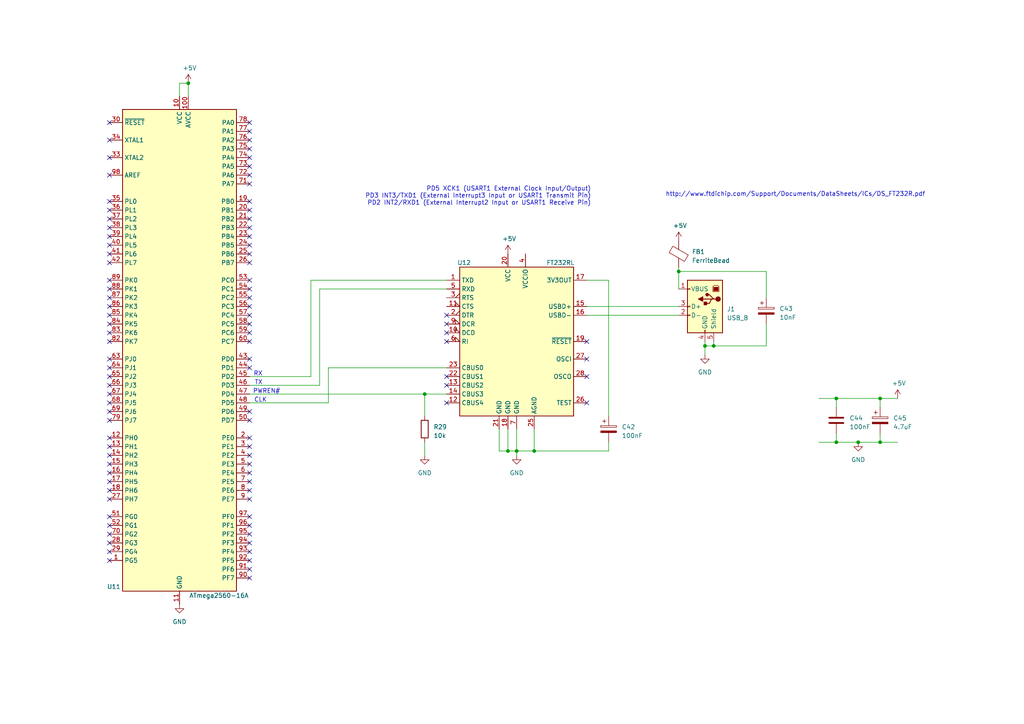
<source format=kicad_sch>
(kicad_sch (version 20210126) (generator eeschema)
  (paper "A4")
  (title_block (title "Peripherals 14"))
  (lib_symbols
    (symbol "Connector:USB_B" (pin_names (offset 1.016))
      (property "Reference" "J" (at -5.08 11.43 0))
      (property "Value" "USB_B" (at -5.08 8.89 0))
      (symbol "USB_B_0_1"
        (circle (center -3.81 2.159) (radius 0.635) (stroke (width 0.254)) (fill (type outline)))
        (circle (center -0.635 3.429) (radius 0.381) (stroke (width 0.254)) (fill (type outline)))
        (rectangle (start -0.127 -7.62) (end 0.127 -6.858))
        (rectangle (start 5.08 -2.667) (end 4.318 -2.413))
        (rectangle (start 5.08 -0.127) (end 4.318 0.127))
        (rectangle (start 5.08 4.953) (end 4.318 5.207))
        (rectangle (start -3.81 5.588) (end -2.54 4.572) (fill (type outline)))
        (rectangle (start 0.254 1.27) (end -0.508 0.508) (stroke (width 0.254)) (fill (type outline)))
        (rectangle (start -5.08 -7.62) (end 5.08 7.62) (stroke (width 0.254)) (fill (type background)))
        (polyline (pts (xy -1.905 2.159) (xy 0.635 2.159)) (stroke (width 0.254)))
        (polyline (pts (xy -3.175 2.159) (xy -2.54 2.159) (xy -1.27 3.429) (xy -0.635 3.429)) (stroke (width 0.254)))
        (polyline (pts (xy -2.54 2.159) (xy -1.905 2.159) (xy -1.27 0.889) (xy 0 0.889)) (stroke (width 0.254)))
        (polyline (pts (xy -4.064 4.318) (xy -2.286 4.318) (xy -2.286 5.715) (xy -2.667 6.096) (xy -3.683 6.096) (xy -4.064 5.715) (xy -4.064 4.318)))
        (polyline (pts (xy 0.635 2.794) (xy 0.635 1.524) (xy 1.905 2.159) (xy 0.635 2.794)) (stroke (width 0.254)) (fill (type outline)))
      )
      (symbol "USB_B_1_1"
        (pin power_out line (at 7.62 5.08 180) (length 2.54) (name "VBUS") (number "1"))
        (pin bidirectional line (at 7.62 -2.54 180) (length 2.54) (name "D-") (number "2"))
        (pin bidirectional line (at 7.62 0 180) (length 2.54) (name "D+") (number "3"))
        (pin power_out line (at 0 -10.16 90) (length 2.54) (name "GND") (number "4"))
        (pin passive line (at -2.54 -10.16 90) (length 2.54) (name "Shield") (number "5"))
      )
    )
    (symbol "Device:C" (pin_numbers hide) (pin_names (offset 0.254))
      (property "Reference" "C" (at 0.635 2.54 0))
      (property "Value" "C" (at 0.635 -2.54 0))
      (symbol "C_0_1"
        (polyline (pts (xy -2.032 -0.762) (xy 2.032 -0.762)) (stroke (width 0.508)))
        (polyline (pts (xy -2.032 0.762) (xy 2.032 0.762)) (stroke (width 0.508)))
      )
      (symbol "C_1_1"
        (pin passive line (at 0 3.81 270) (length 2.794) (name "~") (number "1"))
        (pin passive line (at 0 -3.81 90) (length 2.794) (name "~") (number "2"))
      )
    )
    (symbol "Device:C_Polarized" (pin_numbers hide) (pin_names (offset 0.254))
      (property "Reference" "C" (at 0.635 2.54 0))
      (property "Value" "C_Polarized" (at 0.635 -2.54 0))
      (symbol "C_Polarized_0_1"
        (rectangle (start -2.286 0.508) (end 2.286 1.016))
        (rectangle (start 2.286 -0.508) (end -2.286 -1.016) (fill (type outline)))
        (polyline (pts (xy -1.778 2.286) (xy -0.762 2.286)))
        (polyline (pts (xy -1.27 2.794) (xy -1.27 1.778)))
      )
      (symbol "C_Polarized_1_1"
        (pin passive line (at 0 3.81 270) (length 2.794) (name "~") (number "1"))
        (pin passive line (at 0 -3.81 90) (length 2.794) (name "~") (number "2"))
      )
    )
    (symbol "Device:FerriteBead" (pin_numbers hide) (pin_names (offset 0))
      (property "Reference" "FB" (at -3.81 0.635 90))
      (property "Value" "FerriteBead" (at 3.81 0 90))
      (symbol "FerriteBead_0_1"
        (polyline (pts (xy 0 -1.27) (xy 0 -1.2192)))
        (polyline (pts (xy 0 1.27) (xy 0 1.2954)))
        (polyline (pts (xy -2.7686 0.4064) (xy -1.7018 2.2606) (xy 2.7686 -0.3048) (xy 1.6764 -2.159) (xy -2.7686 0.4064)))
      )
      (symbol "FerriteBead_1_1"
        (pin passive line (at 0 3.81 270) (length 2.54) (name "~") (number "1"))
        (pin passive line (at 0 -3.81 90) (length 2.54) (name "~") (number "2"))
      )
    )
    (symbol "Device:R" (pin_numbers hide) (pin_names (offset 0))
      (property "Reference" "R" (at 2.032 0 90))
      (property "Value" "R" (at 0 0 90))
      (symbol "R_0_1"
        (rectangle (start -1.016 -2.54) (end 1.016 2.54) (stroke (width 0.254)))
      )
      (symbol "R_1_1"
        (pin passive line (at 0 3.81 270) (length 1.27) (name "~") (number "1"))
        (pin passive line (at 0 -3.81 90) (length 1.27) (name "~") (number "2"))
      )
    )
    (symbol "Interface_USB:FT232RL"
      (property "Reference" "U" (at -16.51 22.86 0))
      (property "Value" "FT232RL" (at 10.16 22.86 0))
      (symbol "FT232RL_0_1"
        (rectangle (start -16.51 21.59) (end 16.51 -21.59) (stroke (width 0.254)) (fill (type background)))
      )
      (symbol "FT232RL_1_1"
        (pin output line (at 20.32 17.78 180) (length 3.81) (name "TXD") (number "1"))
        (pin input input_low (at 20.32 2.54 180) (length 3.81) (name "DCD") (number "10"))
        (pin input input_low (at 20.32 10.16 180) (length 3.81) (name "CTS") (number "11"))
        (pin bidirectional line (at 20.32 -17.78 180) (length 3.81) (name "CBUS4") (number "12"))
        (pin bidirectional line (at 20.32 -12.7 180) (length 3.81) (name "CBUS2") (number "13"))
        (pin bidirectional line (at 20.32 -15.24 180) (length 3.81) (name "CBUS3") (number "14"))
        (pin bidirectional line (at -20.32 10.16 0) (length 3.81) (name "USBD+") (number "15"))
        (pin bidirectional line (at -20.32 7.62 0) (length 3.81) (name "USBD-") (number "16"))
        (pin power_out line (at -20.32 17.78 0) (length 3.81) (name "3V3OUT") (number "17"))
        (pin power_in line (at 2.54 -25.4 90) (length 3.81) (name "GND") (number "18"))
        (pin input line (at -20.32 0 0) (length 3.81) (name "~RESET~") (number "19"))
        (pin output output_low (at 20.32 7.62 180) (length 3.81) (name "DTR") (number "2"))
        (pin power_in line (at 2.54 25.4 270) (length 3.81) (name "VCC") (number "20"))
        (pin power_in line (at 5.08 -25.4 90) (length 3.81) (name "GND") (number "21"))
        (pin bidirectional line (at 20.32 -10.16 180) (length 3.81) (name "CBUS1") (number "22"))
        (pin bidirectional line (at 20.32 -7.62 180) (length 3.81) (name "CBUS0") (number "23"))
        (pin power_in line (at -5.08 -25.4 90) (length 3.81) (name "AGND") (number "25"))
        (pin input line (at -20.32 -17.78 0) (length 3.81) (name "TEST") (number "26"))
        (pin input line (at -20.32 -5.08 0) (length 3.81) (name "OSCI") (number "27"))
        (pin output line (at -20.32 -10.16 0) (length 3.81) (name "OSCO") (number "28"))
        (pin output output_low (at 20.32 12.7 180) (length 3.81) (name "RTS") (number "3"))
        (pin power_in line (at -2.54 25.4 270) (length 3.81) (name "VCCIO") (number "4"))
        (pin input line (at 20.32 15.24 180) (length 3.81) (name "RXD") (number "5"))
        (pin input input_low (at 20.32 0 180) (length 3.81) (name "RI") (number "6"))
        (pin power_in line (at 0 -25.4 90) (length 3.81) (name "GND") (number "7"))
        (pin input input_low (at 20.32 5.08 180) (length 3.81) (name "DCR") (number "9"))
      )
    )
    (symbol "MCU_Microchip_ATmega:ATmega2560-16A"
      (property "Reference" "U" (at 0 1.27 0))
      (property "Value" "ATmega2560-16A" (at 0 -1.27 0))
      (symbol "ATmega2560-16A_0_1"
        (rectangle (start -16.51 -69.85) (end 16.51 69.85) (stroke (width 0.254)) (fill (type background)))
      )
      (symbol "ATmega2560-16A_1_1"
        (pin bidirectional line (at -20.32 -60.96 0) (length 3.81) (name "PG5") (number "1"))
        (pin power_in line (at 0 73.66 270) (length 3.81) (name "VCC") (number "10"))
        (pin power_in line (at 2.54 73.66 270) (length 3.81) (name "AVCC") (number "100"))
        (pin power_in line (at 0 -73.66 90) (length 3.81) (name "GND") (number "11"))
        (pin bidirectional line (at -20.32 -25.4 0) (length 3.81) (name "PH0") (number "12"))
        (pin bidirectional line (at -20.32 -27.94 0) (length 3.81) (name "PH1") (number "13"))
        (pin bidirectional line (at -20.32 -30.48 0) (length 3.81) (name "PH2") (number "14"))
        (pin bidirectional line (at -20.32 -33.02 0) (length 3.81) (name "PH3") (number "15"))
        (pin bidirectional line (at -20.32 -35.56 0) (length 3.81) (name "PH4") (number "16"))
        (pin bidirectional line (at -20.32 -38.1 0) (length 3.81) (name "PH5") (number "17"))
        (pin bidirectional line (at -20.32 -40.64 0) (length 3.81) (name "PH6") (number "18"))
        (pin bidirectional line (at 20.32 43.18 180) (length 3.81) (name "PB0") (number "19"))
        (pin bidirectional line (at 20.32 -25.4 180) (length 3.81) (name "PE0") (number "2"))
        (pin bidirectional line (at 20.32 40.64 180) (length 3.81) (name "PB1") (number "20"))
        (pin bidirectional line (at 20.32 38.1 180) (length 3.81) (name "PB2") (number "21"))
        (pin bidirectional line (at 20.32 35.56 180) (length 3.81) (name "PB3") (number "22"))
        (pin bidirectional line (at 20.32 33.02 180) (length 3.81) (name "PB4") (number "23"))
        (pin bidirectional line (at 20.32 30.48 180) (length 3.81) (name "PB5") (number "24"))
        (pin bidirectional line (at 20.32 27.94 180) (length 3.81) (name "PB6") (number "25"))
        (pin bidirectional line (at 20.32 25.4 180) (length 3.81) (name "PB7") (number "26"))
        (pin bidirectional line (at -20.32 -43.18 0) (length 3.81) (name "PH7") (number "27"))
        (pin bidirectional line (at -20.32 -55.88 0) (length 3.81) (name "PG3") (number "28"))
        (pin bidirectional line (at -20.32 -58.42 0) (length 3.81) (name "PG4") (number "29"))
        (pin bidirectional line (at 20.32 -27.94 180) (length 3.81) (name "PE1") (number "3"))
        (pin input line (at -20.32 66.04 0) (length 3.81) (name "~RESET") (number "30"))
        (pin passive line (at 0 73.66 270) (length 3.81) hide (name "VCC") (number "31"))
        (pin passive line (at 0 -73.66 90) (length 3.81) hide (name "GND") (number "32"))
        (pin output line (at -20.32 55.88 0) (length 3.81) (name "XTAL2") (number "33"))
        (pin input line (at -20.32 60.96 0) (length 3.81) (name "XTAL1") (number "34"))
        (pin bidirectional line (at -20.32 43.18 0) (length 3.81) (name "PL0") (number "35"))
        (pin bidirectional line (at -20.32 40.64 0) (length 3.81) (name "PL1") (number "36"))
        (pin bidirectional line (at -20.32 38.1 0) (length 3.81) (name "PL2") (number "37"))
        (pin bidirectional line (at -20.32 35.56 0) (length 3.81) (name "PL3") (number "38"))
        (pin bidirectional line (at -20.32 33.02 0) (length 3.81) (name "PL4") (number "39"))
        (pin bidirectional line (at 20.32 -30.48 180) (length 3.81) (name "PE2") (number "4"))
        (pin bidirectional line (at -20.32 30.48 0) (length 3.81) (name "PL5") (number "40"))
        (pin bidirectional line (at -20.32 27.94 0) (length 3.81) (name "PL6") (number "41"))
        (pin bidirectional line (at -20.32 25.4 0) (length 3.81) (name "PL7") (number "42"))
        (pin bidirectional line (at 20.32 -2.54 180) (length 3.81) (name "PD0") (number "43"))
        (pin bidirectional line (at 20.32 -5.08 180) (length 3.81) (name "PD1") (number "44"))
        (pin bidirectional line (at 20.32 -7.62 180) (length 3.81) (name "PD2") (number "45"))
        (pin bidirectional line (at 20.32 -10.16 180) (length 3.81) (name "PD3") (number "46"))
        (pin bidirectional line (at 20.32 -12.7 180) (length 3.81) (name "PD4") (number "47"))
        (pin bidirectional line (at 20.32 -15.24 180) (length 3.81) (name "PD5") (number "48"))
        (pin bidirectional line (at 20.32 -17.78 180) (length 3.81) (name "PD6") (number "49"))
        (pin bidirectional line (at 20.32 -33.02 180) (length 3.81) (name "PE3") (number "5"))
        (pin bidirectional line (at 20.32 -20.32 180) (length 3.81) (name "PD7") (number "50"))
        (pin bidirectional line (at -20.32 -48.26 0) (length 3.81) (name "PG0") (number "51"))
        (pin bidirectional line (at -20.32 -50.8 0) (length 3.81) (name "PG1") (number "52"))
        (pin bidirectional line (at 20.32 20.32 180) (length 3.81) (name "PC0") (number "53"))
        (pin bidirectional line (at 20.32 17.78 180) (length 3.81) (name "PC1") (number "54"))
        (pin bidirectional line (at 20.32 15.24 180) (length 3.81) (name "PC2") (number "55"))
        (pin bidirectional line (at 20.32 12.7 180) (length 3.81) (name "PC3") (number "56"))
        (pin bidirectional line (at 20.32 10.16 180) (length 3.81) (name "PC4") (number "57"))
        (pin bidirectional line (at 20.32 7.62 180) (length 3.81) (name "PC5") (number "58"))
        (pin bidirectional line (at 20.32 5.08 180) (length 3.81) (name "PC6") (number "59"))
        (pin bidirectional line (at 20.32 -35.56 180) (length 3.81) (name "PE4") (number "6"))
        (pin bidirectional line (at 20.32 2.54 180) (length 3.81) (name "PC7") (number "60"))
        (pin passive line (at 0 73.66 270) (length 3.81) hide (name "VCC") (number "61"))
        (pin passive line (at 0 -73.66 90) (length 3.81) hide (name "GND") (number "62"))
        (pin bidirectional line (at -20.32 -2.54 0) (length 3.81) (name "PJ0") (number "63"))
        (pin bidirectional line (at -20.32 -5.08 0) (length 3.81) (name "PJ1") (number "64"))
        (pin bidirectional line (at -20.32 -7.62 0) (length 3.81) (name "PJ2") (number "65"))
        (pin bidirectional line (at -20.32 -10.16 0) (length 3.81) (name "PJ3") (number "66"))
        (pin bidirectional line (at -20.32 -12.7 0) (length 3.81) (name "PJ4") (number "67"))
        (pin bidirectional line (at -20.32 -15.24 0) (length 3.81) (name "PJ5") (number "68"))
        (pin bidirectional line (at -20.32 -17.78 0) (length 3.81) (name "PJ6") (number "69"))
        (pin bidirectional line (at 20.32 -38.1 180) (length 3.81) (name "PE5") (number "7"))
        (pin bidirectional line (at -20.32 -53.34 0) (length 3.81) (name "PG2") (number "70"))
        (pin bidirectional line (at 20.32 48.26 180) (length 3.81) (name "PA7") (number "71"))
        (pin bidirectional line (at 20.32 50.8 180) (length 3.81) (name "PA6") (number "72"))
        (pin bidirectional line (at 20.32 53.34 180) (length 3.81) (name "PA5") (number "73"))
        (pin bidirectional line (at 20.32 55.88 180) (length 3.81) (name "PA4") (number "74"))
        (pin bidirectional line (at 20.32 58.42 180) (length 3.81) (name "PA3") (number "75"))
        (pin bidirectional line (at 20.32 60.96 180) (length 3.81) (name "PA2") (number "76"))
        (pin bidirectional line (at 20.32 63.5 180) (length 3.81) (name "PA1") (number "77"))
        (pin bidirectional line (at 20.32 66.04 180) (length 3.81) (name "PA0") (number "78"))
        (pin bidirectional line (at -20.32 -20.32 0) (length 3.81) (name "PJ7") (number "79"))
        (pin bidirectional line (at 20.32 -40.64 180) (length 3.81) (name "PE6") (number "8"))
        (pin passive line (at 0 73.66 270) (length 3.81) hide (name "VCC") (number "80"))
        (pin passive line (at 0 -73.66 90) (length 3.81) hide (name "GND") (number "81"))
        (pin bidirectional line (at -20.32 2.54 0) (length 3.81) (name "PK7") (number "82"))
        (pin bidirectional line (at -20.32 5.08 0) (length 3.81) (name "PK6") (number "83"))
        (pin bidirectional line (at -20.32 7.62 0) (length 3.81) (name "PK5") (number "84"))
        (pin bidirectional line (at -20.32 10.16 0) (length 3.81) (name "PK4") (number "85"))
        (pin bidirectional line (at -20.32 12.7 0) (length 3.81) (name "PK3") (number "86"))
        (pin bidirectional line (at -20.32 15.24 0) (length 3.81) (name "PK2") (number "87"))
        (pin bidirectional line (at -20.32 17.78 0) (length 3.81) (name "PK1") (number "88"))
        (pin bidirectional line (at -20.32 20.32 0) (length 3.81) (name "PK0") (number "89"))
        (pin bidirectional line (at 20.32 -43.18 180) (length 3.81) (name "PE7") (number "9"))
        (pin bidirectional line (at 20.32 -66.04 180) (length 3.81) (name "PF7") (number "90"))
        (pin bidirectional line (at 20.32 -63.5 180) (length 3.81) (name "PF6") (number "91"))
        (pin bidirectional line (at 20.32 -60.96 180) (length 3.81) (name "PF5") (number "92"))
        (pin bidirectional line (at 20.32 -58.42 180) (length 3.81) (name "PF4") (number "93"))
        (pin bidirectional line (at 20.32 -55.88 180) (length 3.81) (name "PF3") (number "94"))
        (pin bidirectional line (at 20.32 -53.34 180) (length 3.81) (name "PF2") (number "95"))
        (pin bidirectional line (at 20.32 -50.8 180) (length 3.81) (name "PF1") (number "96"))
        (pin bidirectional line (at 20.32 -48.26 180) (length 3.81) (name "PF0") (number "97"))
        (pin passive line (at -20.32 50.8 0) (length 3.81) (name "AREF") (number "98"))
        (pin passive line (at 0 -73.66 90) (length 3.81) hide (name "GND") (number "99"))
      )
    )
    (symbol "power:+5V" (power) (pin_names (offset 0))
      (property "Value" "+5V" (at 0 3.556 0))
      (symbol "+5V_0_1"
        (polyline (pts (xy -0.762 1.27) (xy 0 2.54)))
        (polyline (pts (xy 0 0) (xy 0 2.54)))
        (polyline (pts (xy 0 2.54) (xy 0.762 1.27)))
      )
      (symbol "+5V_1_1"
        (pin power_in line (at 0 0 90) (length 0) hide (name "+5V") (number "1"))
      )
    )
    (symbol "power:GND" (power) (pin_names (offset 0))
      (property "Value" "GND" (at 0 -3.81 0))
      (symbol "GND_0_1"
        (polyline (pts (xy 0 0) (xy 0 -1.27) (xy 1.27 -1.27) (xy 0 -2.54) (xy -1.27 -1.27) (xy 0 -1.27)))
      )
      (symbol "GND_1_1"
        (pin power_in line (at 0 0 270) (length 0) hide (name "GND") (number "1"))
      )
    )
  )
  (junction (at 54.61 24.13) (diameter 0.9144))
  (junction (at 123.19 114.3) (diameter 0.9144))
  (junction (at 147.32 130.81) (diameter 0.9144))
  (junction (at 149.86 130.81) (diameter 0.9144))
  (junction (at 154.94 130.81) (diameter 0.9144))
  (junction (at 196.85 78.74) (diameter 0.9144))
  (junction (at 204.47 100.33) (diameter 0.9144))
  (junction (at 207.01 100.33) (diameter 0.9144))
  (junction (at 242.57 115.57) (diameter 0.9144))
  (junction (at 242.57 128.27) (diameter 0.9144))
  (junction (at 248.92 128.27) (diameter 0.9144))
  (junction (at 255.27 115.57) (diameter 0.9144))
  (junction (at 255.27 128.27) (diameter 0.9144))
  (no_connect (at 31.75 35.56))
  (no_connect (at 31.75 40.64))
  (no_connect (at 31.75 45.72))
  (no_connect (at 31.75 50.8))
  (no_connect (at 31.75 58.42))
  (no_connect (at 31.75 60.96))
  (no_connect (at 31.75 63.5))
  (no_connect (at 31.75 66.04))
  (no_connect (at 31.75 68.58))
  (no_connect (at 31.75 71.12))
  (no_connect (at 31.75 73.66))
  (no_connect (at 31.75 76.2))
  (no_connect (at 31.75 81.28))
  (no_connect (at 31.75 83.82))
  (no_connect (at 31.75 86.36))
  (no_connect (at 31.75 88.9))
  (no_connect (at 31.75 91.44))
  (no_connect (at 31.75 93.98))
  (no_connect (at 31.75 96.52))
  (no_connect (at 31.75 99.06))
  (no_connect (at 31.75 104.14))
  (no_connect (at 31.75 106.68))
  (no_connect (at 31.75 109.22))
  (no_connect (at 31.75 111.76))
  (no_connect (at 31.75 114.3))
  (no_connect (at 31.75 116.84))
  (no_connect (at 31.75 119.38))
  (no_connect (at 31.75 121.92))
  (no_connect (at 31.75 127))
  (no_connect (at 31.75 129.54))
  (no_connect (at 31.75 132.08))
  (no_connect (at 31.75 134.62))
  (no_connect (at 31.75 137.16))
  (no_connect (at 31.75 139.7))
  (no_connect (at 31.75 142.24))
  (no_connect (at 31.75 144.78))
  (no_connect (at 31.75 149.86))
  (no_connect (at 31.75 152.4))
  (no_connect (at 31.75 154.94))
  (no_connect (at 31.75 157.48))
  (no_connect (at 31.75 160.02))
  (no_connect (at 31.75 162.56))
  (no_connect (at 72.39 35.56))
  (no_connect (at 72.39 38.1))
  (no_connect (at 72.39 40.64))
  (no_connect (at 72.39 43.18))
  (no_connect (at 72.39 45.72))
  (no_connect (at 72.39 48.26))
  (no_connect (at 72.39 50.8))
  (no_connect (at 72.39 53.34))
  (no_connect (at 72.39 58.42))
  (no_connect (at 72.39 60.96))
  (no_connect (at 72.39 63.5))
  (no_connect (at 72.39 66.04))
  (no_connect (at 72.39 68.58))
  (no_connect (at 72.39 71.12))
  (no_connect (at 72.39 73.66))
  (no_connect (at 72.39 76.2))
  (no_connect (at 72.39 81.28))
  (no_connect (at 72.39 83.82))
  (no_connect (at 72.39 86.36))
  (no_connect (at 72.39 88.9))
  (no_connect (at 72.39 91.44))
  (no_connect (at 72.39 93.98))
  (no_connect (at 72.39 96.52))
  (no_connect (at 72.39 99.06))
  (no_connect (at 72.39 104.14))
  (no_connect (at 72.39 106.68))
  (no_connect (at 72.39 119.38))
  (no_connect (at 72.39 121.92))
  (no_connect (at 72.39 127))
  (no_connect (at 72.39 129.54))
  (no_connect (at 72.39 132.08))
  (no_connect (at 72.39 134.62))
  (no_connect (at 72.39 137.16))
  (no_connect (at 72.39 139.7))
  (no_connect (at 72.39 142.24))
  (no_connect (at 72.39 144.78))
  (no_connect (at 72.39 149.86))
  (no_connect (at 72.39 152.4))
  (no_connect (at 72.39 154.94))
  (no_connect (at 72.39 157.48))
  (no_connect (at 72.39 160.02))
  (no_connect (at 72.39 162.56))
  (no_connect (at 72.39 165.1))
  (no_connect (at 72.39 167.64))
  (no_connect (at 129.54 91.44))
  (no_connect (at 129.54 93.98))
  (no_connect (at 129.54 96.52))
  (no_connect (at 129.54 99.06))
  (no_connect (at 129.54 109.22))
  (no_connect (at 129.54 111.76))
  (no_connect (at 129.54 116.84))
  (no_connect (at 170.18 99.06))
  (no_connect (at 170.18 104.14))
  (no_connect (at 170.18 109.22))
  (no_connect (at 170.18 116.84))
  (wire (pts (xy 52.07 24.13) (xy 52.07 27.94)))
  (wire (pts (xy 54.61 24.13) (xy 52.07 24.13)))
  (wire (pts (xy 54.61 24.13) (xy 54.61 27.94)))
  (wire (pts (xy 72.39 109.22) (xy 90.17 109.22)))
  (wire (pts (xy 72.39 114.3) (xy 123.19 114.3)))
  (wire (pts (xy 90.17 81.28) (xy 129.54 81.28)))
  (wire (pts (xy 90.17 109.22) (xy 90.17 81.28)))
  (wire (pts (xy 92.71 83.82) (xy 92.71 111.76)))
  (wire (pts (xy 92.71 111.76) (xy 72.39 111.76)))
  (wire (pts (xy 95.25 106.68) (xy 95.25 116.84)))
  (wire (pts (xy 95.25 106.68) (xy 129.54 106.68)))
  (wire (pts (xy 95.25 116.84) (xy 72.39 116.84)))
  (wire (pts (xy 123.19 114.3) (xy 123.19 120.65)))
  (wire (pts (xy 123.19 128.27) (xy 123.19 132.08)))
  (wire (pts (xy 129.54 83.82) (xy 92.71 83.82)))
  (wire (pts (xy 129.54 114.3) (xy 123.19 114.3)))
  (wire (pts (xy 144.78 124.46) (xy 144.78 130.81)))
  (wire (pts (xy 144.78 130.81) (xy 147.32 130.81)))
  (wire (pts (xy 147.32 124.46) (xy 147.32 130.81)))
  (wire (pts (xy 147.32 130.81) (xy 149.86 130.81)))
  (wire (pts (xy 149.86 130.81) (xy 149.86 124.46)))
  (wire (pts (xy 149.86 130.81) (xy 149.86 132.08)))
  (wire (pts (xy 149.86 130.81) (xy 154.94 130.81)))
  (wire (pts (xy 154.94 124.46) (xy 154.94 130.81)))
  (wire (pts (xy 170.18 81.28) (xy 176.53 81.28)))
  (wire (pts (xy 170.18 88.9) (xy 196.85 88.9)))
  (wire (pts (xy 170.18 91.44) (xy 196.85 91.44)))
  (wire (pts (xy 176.53 81.28) (xy 176.53 120.65)))
  (wire (pts (xy 176.53 128.27) (xy 176.53 130.81)))
  (wire (pts (xy 176.53 130.81) (xy 154.94 130.81)))
  (wire (pts (xy 196.85 77.47) (xy 196.85 78.74)))
  (wire (pts (xy 196.85 78.74) (xy 196.85 83.82)))
  (wire (pts (xy 196.85 78.74) (xy 222.25 78.74)))
  (wire (pts (xy 204.47 100.33) (xy 204.47 99.06)))
  (wire (pts (xy 204.47 102.87) (xy 204.47 100.33)))
  (wire (pts (xy 207.01 99.06) (xy 207.01 100.33)))
  (wire (pts (xy 207.01 100.33) (xy 204.47 100.33)))
  (wire (pts (xy 222.25 78.74) (xy 222.25 86.36)))
  (wire (pts (xy 222.25 93.98) (xy 222.25 100.33)))
  (wire (pts (xy 222.25 100.33) (xy 207.01 100.33)))
  (wire (pts (xy 237.49 115.57) (xy 242.57 115.57)))
  (wire (pts (xy 237.49 128.27) (xy 242.57 128.27)))
  (wire (pts (xy 242.57 115.57) (xy 242.57 118.11)))
  (wire (pts (xy 242.57 115.57) (xy 255.27 115.57)))
  (wire (pts (xy 242.57 125.73) (xy 242.57 128.27)))
  (wire (pts (xy 242.57 128.27) (xy 248.92 128.27)))
  (wire (pts (xy 248.92 128.27) (xy 255.27 128.27)))
  (wire (pts (xy 255.27 115.57) (xy 255.27 118.11)))
  (wire (pts (xy 255.27 115.57) (xy 260.35 115.57)))
  (wire (pts (xy 255.27 125.73) (xy 255.27 128.27)))
  (wire (pts (xy 255.27 128.27) (xy 260.35 128.27)))
  (text "RX" (at 76.2 109.22 180) (effects (font (size 1.27 1.27)) (justify right bottom)))
  (text "TX" (at 76.2 111.76 180) (effects (font (size 1.27 1.27)) (justify right bottom)))
  (text "CLK" (at 77.47 116.84 180) (effects (font (size 1.27 1.27)) (justify right bottom)))
  (text "PWREN#" (at 81.28 114.3 180) (effects (font (size 1.27 1.27)) (justify right bottom)))
  (text "PD5 XCK1 (USART1 External Clock Input/Output)\nPD3 INT3/TXD1 (External Interrupt3 Input or USART1 Transmit Pin)\nPD2 INT2/RXD1 (External Interrupt2 Input or USART1 Receive Pin)" (at 171.45 59.69 0) (effects (font (size 1.27 1.27)) (justify right bottom)))
  (text "http://www.ftdichip.com/Support/Documents/DataSheets/ICs/DS_FT232R.pdf" (at 193.04 57.15 0) (effects (font (size 1.27 1.27)) (justify left bottom)))
  (symbol (lib_id "power:+5V") (at 54.61 24.13 0) (unit 1)
    (property "Reference" "#PWR022" (effects hide))
    (property "Value" "+5V" (at 54.991 19.7358 0))
  )
  (symbol (lib_id "power:+5V") (at 147.32 73.66 0) (unit 1)
    (property "Reference" "#PWR024" (effects hide))
    (property "Value" "+5V" (at 147.701 69.2658 0))
  )
  (symbol (lib_id "power:+5V") (at 196.85 69.85 0) (unit 1)
    (property "Reference" "#PWR026" (effects hide))
    (property "Value" "+5V" (at 197.231 65.4558 0))
  )
  (symbol (lib_id "power:+5V") (at 260.35 115.57 0) (unit 1)
    (property "Reference" "#PWR029" (effects hide))
    (property "Value" "+5V" (at 260.731 111.1758 0))
  )
  (symbol (lib_id "power:GND") (at 52.07 175.26 0) (mirror y) (unit 1)
    (property "Reference" "#PWR021" (effects hide))
    (property "Value" "GND" (at 52.07 180.34 0))
  )
  (symbol (lib_id "power:GND") (at 123.19 132.08 0) (mirror y) (unit 1)
    (property "Reference" "#PWR023" (effects hide))
    (property "Value" "GND" (at 123.19 137.16 0))
  )
  (symbol (lib_id "power:GND") (at 149.86 132.08 0) (mirror y) (unit 1)
    (property "Reference" "#PWR025" (effects hide))
    (property "Value" "GND" (at 149.86 137.16 0))
  )
  (symbol (lib_id "power:GND") (at 204.47 102.87 0) (mirror y) (unit 1)
    (property "Reference" "#PWR027" (effects hide))
    (property "Value" "GND" (at 204.47 107.95 0))
  )
  (symbol (lib_id "power:GND") (at 248.92 128.27 0) (mirror y) (unit 1)
    (property "Reference" "#PWR028" (effects hide))
    (property "Value" "GND" (at 248.92 133.35 0))
  )
  (symbol (lib_id "Device:R") (at 123.19 124.46 0) (unit 1)
    (property "Reference" "R29" (at 125.73 123.8249 0) (effects (justify left)))
    (property "Value" "10k" (at 125.73 126.3649 0) (effects (justify left)))
  )
  (symbol (lib_id "Device:C_Polarized") (at 176.53 124.46 0) (unit 1)
    (property "Reference" "C42" (at 180.34 123.8249 0) (effects (justify left)))
    (property "Value" "100nF" (at 180.34 126.3649 0) (effects (justify left)))
  )
  (symbol (lib_id "Device:C_Polarized") (at 222.25 90.17 0) (unit 1)
    (property "Reference" "C43" (at 226.06 89.5349 0) (effects (justify left)))
    (property "Value" "10nF" (at 226.06 92.0749 0) (effects (justify left)))
  )
  (symbol (lib_id "Device:C") (at 242.57 121.92 0) (unit 1)
    (property "Reference" "C44" (at 246.38 121.2849 0) (effects (justify left)))
    (property "Value" "100nF" (at 246.38 123.8249 0) (effects (justify left)))
  )
  (symbol (lib_id "Device:C_Polarized") (at 255.27 121.92 0) (unit 1)
    (property "Reference" "C45" (at 259.08 121.2849 0) (effects (justify left)))
    (property "Value" "4.7uF" (at 259.08 123.8249 0) (effects (justify left)))
  )
  (symbol (lib_id "Device:FerriteBead") (at 196.85 73.66 0) (unit 1)
    (property "Reference" "FB1" (at 200.66 73.0249 0) (effects (justify left)))
    (property "Value" "FerriteBead" (at 200.66 75.5649 0) (effects (justify left)))
  )
  (symbol (lib_id "Connector:USB_B") (at 204.47 88.9 0) (mirror y) (unit 1)
    (property "Reference" "J1" (at 210.82 89.6619 0) (effects (justify right)))
    (property "Value" "USB_B" (at 210.82 92.2019 0) (effects (justify right)))
    (property "Datasheet" " ~" (effects hide))
  )
  (symbol (lib_id "Interface_USB:FT232RL") (at 149.86 99.06 0) (mirror y) (unit 1)
    (property "Reference" "U12" (at 134.62 76.2 0))
    (property "Value" "FT232RL" (at 162.56 76.2 0))
    (property "Footprint" "Package_SO:SSOP-28_5.3x10.2mm_P0.65mm" (effects hide))
    (property "Datasheet" "https://www.ftdichip.com/Support/Documents/DataSheets/ICs/DS_FT232R.pdf" (effects hide))
  )
  (symbol (lib_id "MCU_Microchip_ATmega:ATmega2560-16A") (at 52.07 101.6 0) (unit 1)
    (property "Reference" "U11" (at 33.02 170.18 0))
    (property "Value" "ATmega2560-16A" (at 63.5 172.72 0))
    (property "Footprint" "Package_QFP:TQFP-100_14x14mm_P0.5mm" (effects hide))
    (property "Datasheet" "http://ww1.microchip.com/downloads/en/DeviceDoc/Atmel-2549-8-bit-AVR-Microcontroller-ATmega640-1280-1281-2560-2561_datasheet.pdf" (effects hide))
  )
)
</source>
